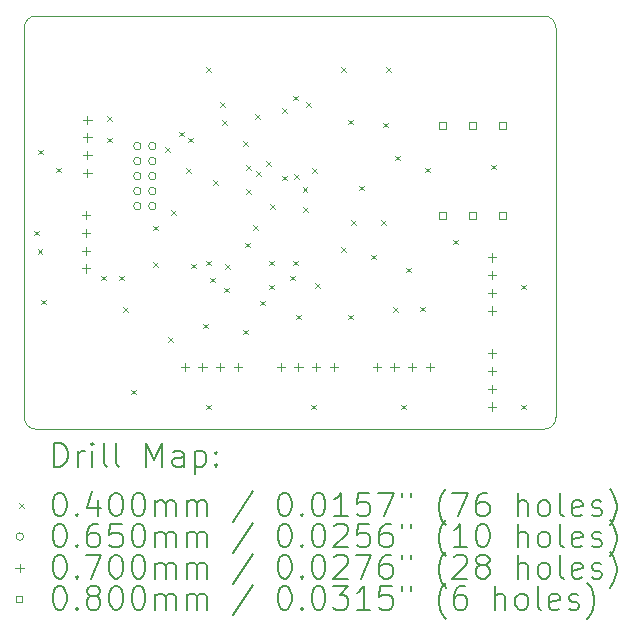
<source format=gbr>
%TF.GenerationSoftware,KiCad,Pcbnew,(6.0.11)*%
%TF.CreationDate,2024-05-16T18:38:19+09:00*%
%TF.ProjectId,active-marker-pcb,61637469-7665-42d6-9d61-726b65722d70,rev?*%
%TF.SameCoordinates,Original*%
%TF.FileFunction,Drillmap*%
%TF.FilePolarity,Positive*%
%FSLAX45Y45*%
G04 Gerber Fmt 4.5, Leading zero omitted, Abs format (unit mm)*
G04 Created by KiCad (PCBNEW (6.0.11)) date 2024-05-16 18:38:19*
%MOMM*%
%LPD*%
G01*
G04 APERTURE LIST*
%ADD10C,0.100000*%
%ADD11C,0.200000*%
%ADD12C,0.040000*%
%ADD13C,0.065000*%
%ADD14C,0.070000*%
%ADD15C,0.080000*%
G04 APERTURE END LIST*
D10*
X10100000Y-8500000D02*
G75*
G03*
X10000000Y-8600000I0J-100000D01*
G01*
X14500000Y-8600000D02*
G75*
G03*
X14400000Y-8500000I-100000J0D01*
G01*
X14400000Y-12000000D02*
G75*
G03*
X14500000Y-11900000I0J100000D01*
G01*
X10000000Y-11900000D02*
G75*
G03*
X10100000Y-12000000I100000J0D01*
G01*
X14400000Y-8500000D02*
X10100000Y-8500000D01*
X14500000Y-11900000D02*
X14500000Y-8600000D01*
X10100000Y-12000000D02*
X14400000Y-12000000D01*
X10000000Y-8600000D02*
X10000000Y-11900000D01*
D11*
D12*
X10085850Y-10317600D02*
X10125850Y-10357600D01*
X10125850Y-10317600D02*
X10085850Y-10357600D01*
X10113350Y-10476600D02*
X10153350Y-10516600D01*
X10153350Y-10476600D02*
X10113350Y-10516600D01*
X10114600Y-9632000D02*
X10154600Y-9672000D01*
X10154600Y-9632000D02*
X10114600Y-9672000D01*
X10140000Y-10902000D02*
X10180000Y-10942000D01*
X10180000Y-10902000D02*
X10140000Y-10942000D01*
X10267000Y-9784400D02*
X10307000Y-9824400D01*
X10307000Y-9784400D02*
X10267000Y-9824400D01*
X10648000Y-10698800D02*
X10688000Y-10738800D01*
X10688000Y-10698800D02*
X10648000Y-10738800D01*
X10698800Y-9347900D02*
X10738800Y-9387900D01*
X10738800Y-9347900D02*
X10698800Y-9387900D01*
X10698800Y-9530400D02*
X10738800Y-9570400D01*
X10738800Y-9530400D02*
X10698800Y-9570400D01*
X10800400Y-10698800D02*
X10840400Y-10738800D01*
X10840400Y-10698800D02*
X10800400Y-10738800D01*
X10838500Y-10965500D02*
X10878500Y-11005500D01*
X10878500Y-10965500D02*
X10838500Y-11005500D01*
X10902000Y-11664000D02*
X10942000Y-11704000D01*
X10942000Y-11664000D02*
X10902000Y-11704000D01*
X11088600Y-10276097D02*
X11128600Y-10316097D01*
X11128600Y-10276097D02*
X11088600Y-10316097D01*
X11092500Y-10584500D02*
X11132500Y-10624500D01*
X11132500Y-10584500D02*
X11092500Y-10624500D01*
X11189362Y-9609838D02*
X11229362Y-9649838D01*
X11229362Y-9609838D02*
X11189362Y-9649838D01*
X11219500Y-11219500D02*
X11259500Y-11259500D01*
X11259500Y-11219500D02*
X11219500Y-11259500D01*
X11241000Y-10142400D02*
X11281000Y-10182400D01*
X11281000Y-10142400D02*
X11241000Y-10182400D01*
X11308400Y-9479600D02*
X11348400Y-9519600D01*
X11348400Y-9479600D02*
X11308400Y-9519600D01*
X11368000Y-9786800D02*
X11408000Y-9826800D01*
X11408000Y-9786800D02*
X11368000Y-9826800D01*
X11384600Y-9530400D02*
X11424600Y-9570400D01*
X11424600Y-9530400D02*
X11384600Y-9570400D01*
X11410000Y-10597200D02*
X11450000Y-10637200D01*
X11450000Y-10597200D02*
X11410000Y-10637200D01*
X11511600Y-11105200D02*
X11551600Y-11145200D01*
X11551600Y-11105200D02*
X11511600Y-11145200D01*
X11537000Y-8933500D02*
X11577000Y-8973500D01*
X11577000Y-8933500D02*
X11537000Y-8973500D01*
X11537000Y-10571800D02*
X11577000Y-10611800D01*
X11577000Y-10571800D02*
X11537000Y-10611800D01*
X11537000Y-11791000D02*
X11577000Y-11831000D01*
X11577000Y-11791000D02*
X11537000Y-11831000D01*
X11571200Y-10716500D02*
X11611200Y-10756500D01*
X11611200Y-10716500D02*
X11571200Y-10756500D01*
X11596600Y-9888400D02*
X11636600Y-9928400D01*
X11636600Y-9888400D02*
X11596600Y-9928400D01*
X11657450Y-9228000D02*
X11697450Y-9268000D01*
X11697450Y-9228000D02*
X11657450Y-9268000D01*
X11672800Y-9380400D02*
X11712800Y-9420400D01*
X11712800Y-9380400D02*
X11672800Y-9420400D01*
X11689400Y-10800400D02*
X11729400Y-10840400D01*
X11729400Y-10800400D02*
X11689400Y-10840400D01*
X11698200Y-10599600D02*
X11738200Y-10639600D01*
X11738200Y-10599600D02*
X11698200Y-10639600D01*
X11850600Y-9558200D02*
X11890600Y-9598200D01*
X11890600Y-9558200D02*
X11850600Y-9598200D01*
X11854500Y-11156000D02*
X11894500Y-11196000D01*
X11894500Y-11156000D02*
X11854500Y-11196000D01*
X11867200Y-10419400D02*
X11907200Y-10459400D01*
X11907200Y-10419400D02*
X11867200Y-10459400D01*
X11876000Y-9765150D02*
X11916000Y-9805150D01*
X11916000Y-9765150D02*
X11876000Y-9805150D01*
X11876000Y-9964600D02*
X11916000Y-10004600D01*
X11916000Y-9964600D02*
X11876000Y-10004600D01*
X11935803Y-10272898D02*
X11975803Y-10312898D01*
X11975803Y-10272898D02*
X11935803Y-10312898D01*
X11952200Y-9329600D02*
X11992200Y-9369600D01*
X11992200Y-9329600D02*
X11952200Y-9369600D01*
X11962078Y-9815950D02*
X12002078Y-9855950D01*
X12002078Y-9815950D02*
X11962078Y-9855950D01*
X11997093Y-10910055D02*
X12037093Y-10950055D01*
X12037093Y-10910055D02*
X11997093Y-10950055D01*
X12048281Y-9730482D02*
X12088281Y-9770482D01*
X12088281Y-9730482D02*
X12048281Y-9770482D01*
X12069970Y-10571370D02*
X12109970Y-10611370D01*
X12109970Y-10571370D02*
X12069970Y-10611370D01*
X12070400Y-10775000D02*
X12110400Y-10815000D01*
X12110400Y-10775000D02*
X12070400Y-10815000D01*
X12079200Y-10091600D02*
X12119200Y-10131600D01*
X12119200Y-10091600D02*
X12079200Y-10131600D01*
X12180800Y-9278800D02*
X12220800Y-9318800D01*
X12220800Y-9278800D02*
X12180800Y-9318800D01*
X12183663Y-9853124D02*
X12223663Y-9893124D01*
X12223663Y-9853124D02*
X12183663Y-9893124D01*
X12248200Y-10698800D02*
X12288200Y-10738800D01*
X12288200Y-10698800D02*
X12248200Y-10738800D01*
X12273600Y-9174800D02*
X12313600Y-9214800D01*
X12313600Y-9174800D02*
X12273600Y-9214800D01*
X12273600Y-10571800D02*
X12313600Y-10611800D01*
X12313600Y-10571800D02*
X12273600Y-10611800D01*
X12282400Y-9837600D02*
X12322400Y-9877600D01*
X12322400Y-9837600D02*
X12282400Y-9877600D01*
X12299000Y-11029000D02*
X12339000Y-11069000D01*
X12339000Y-11029000D02*
X12299000Y-11069000D01*
X12357330Y-9949360D02*
X12397330Y-9989360D01*
X12397330Y-9949360D02*
X12357330Y-9989360D01*
X12358600Y-10117000D02*
X12398600Y-10157000D01*
X12398600Y-10117000D02*
X12358600Y-10157000D01*
X12384000Y-9228000D02*
X12424000Y-9268000D01*
X12424000Y-9228000D02*
X12384000Y-9268000D01*
X12426000Y-11791000D02*
X12466000Y-11831000D01*
X12466000Y-11791000D02*
X12426000Y-11831000D01*
X12437950Y-9786800D02*
X12477950Y-9826800D01*
X12477950Y-9786800D02*
X12437950Y-9826800D01*
X12460200Y-10762350D02*
X12500200Y-10802350D01*
X12500200Y-10762350D02*
X12460200Y-10802350D01*
X12680000Y-8933500D02*
X12720000Y-8973500D01*
X12720000Y-8933500D02*
X12680000Y-8973500D01*
X12680000Y-10457500D02*
X12720000Y-10497500D01*
X12720000Y-10457500D02*
X12680000Y-10497500D01*
X12743500Y-9378000D02*
X12783500Y-9418000D01*
X12783500Y-9378000D02*
X12743500Y-9418000D01*
X12743500Y-11029000D02*
X12783500Y-11069000D01*
X12783500Y-11029000D02*
X12743500Y-11069000D01*
X12765000Y-10231800D02*
X12805000Y-10271800D01*
X12805000Y-10231800D02*
X12765000Y-10271800D01*
X12832400Y-9936800D02*
X12872400Y-9976800D01*
X12872400Y-9936800D02*
X12832400Y-9976800D01*
X12934000Y-10521000D02*
X12974000Y-10561000D01*
X12974000Y-10521000D02*
X12934000Y-10561000D01*
X13019000Y-10231800D02*
X13059000Y-10271800D01*
X13059000Y-10231800D02*
X13019000Y-10271800D01*
X13035600Y-9403400D02*
X13075600Y-9443400D01*
X13075600Y-9403400D02*
X13035600Y-9443400D01*
X13061000Y-8933500D02*
X13101000Y-8973500D01*
X13101000Y-8933500D02*
X13061000Y-8973500D01*
X13124500Y-10965500D02*
X13164500Y-11005500D01*
X13164500Y-10965500D02*
X13124500Y-11005500D01*
X13137200Y-9682800D02*
X13177200Y-9722800D01*
X13177200Y-9682800D02*
X13137200Y-9722800D01*
X13188000Y-11791000D02*
X13228000Y-11831000D01*
X13228000Y-11791000D02*
X13188000Y-11831000D01*
X13234200Y-10631200D02*
X13274200Y-10671200D01*
X13274200Y-10631200D02*
X13234200Y-10671200D01*
X13349200Y-10961200D02*
X13389200Y-11001200D01*
X13389200Y-10961200D02*
X13349200Y-11001200D01*
X13391200Y-9784400D02*
X13431200Y-9824400D01*
X13431200Y-9784400D02*
X13391200Y-9824400D01*
X13632500Y-10394000D02*
X13672500Y-10434000D01*
X13672500Y-10394000D02*
X13632500Y-10434000D01*
X13950000Y-9759000D02*
X13990000Y-9799000D01*
X13990000Y-9759000D02*
X13950000Y-9799000D01*
X14204000Y-10775000D02*
X14244000Y-10815000D01*
X14244000Y-10775000D02*
X14204000Y-10815000D01*
X14204000Y-11791000D02*
X14244000Y-11831000D01*
X14244000Y-11791000D02*
X14204000Y-11831000D01*
D13*
X10988700Y-9602600D02*
G75*
G03*
X10988700Y-9602600I-32500J0D01*
G01*
X10988700Y-9729600D02*
G75*
G03*
X10988700Y-9729600I-32500J0D01*
G01*
X10988700Y-9856600D02*
G75*
G03*
X10988700Y-9856600I-32500J0D01*
G01*
X10988700Y-9983600D02*
G75*
G03*
X10988700Y-9983600I-32500J0D01*
G01*
X10988700Y-10110600D02*
G75*
G03*
X10988700Y-10110600I-32500J0D01*
G01*
X11115700Y-9602600D02*
G75*
G03*
X11115700Y-9602600I-32500J0D01*
G01*
X11115700Y-9729600D02*
G75*
G03*
X11115700Y-9729600I-32500J0D01*
G01*
X11115700Y-9856600D02*
G75*
G03*
X11115700Y-9856600I-32500J0D01*
G01*
X11115700Y-9983600D02*
G75*
G03*
X11115700Y-9983600I-32500J0D01*
G01*
X11115700Y-10110600D02*
G75*
G03*
X11115700Y-10110600I-32500J0D01*
G01*
D14*
X10521700Y-10153200D02*
X10521700Y-10223200D01*
X10486700Y-10188200D02*
X10556700Y-10188200D01*
X10521700Y-10303200D02*
X10521700Y-10373200D01*
X10486700Y-10338200D02*
X10556700Y-10338200D01*
X10521700Y-10453200D02*
X10521700Y-10523200D01*
X10486700Y-10488200D02*
X10556700Y-10488200D01*
X10521700Y-10603200D02*
X10521700Y-10673200D01*
X10486700Y-10638200D02*
X10556700Y-10638200D01*
X10534500Y-9343600D02*
X10534500Y-9413600D01*
X10499500Y-9378600D02*
X10569500Y-9378600D01*
X10534500Y-9493600D02*
X10534500Y-9563600D01*
X10499500Y-9528600D02*
X10569500Y-9528600D01*
X10534500Y-9643600D02*
X10534500Y-9713600D01*
X10499500Y-9678600D02*
X10569500Y-9678600D01*
X10534500Y-9793600D02*
X10534500Y-9863600D01*
X10499500Y-9828600D02*
X10569500Y-9828600D01*
X11357400Y-11435700D02*
X11357400Y-11505700D01*
X11322400Y-11470700D02*
X11392400Y-11470700D01*
X11507400Y-11435700D02*
X11507400Y-11505700D01*
X11472400Y-11470700D02*
X11542400Y-11470700D01*
X11657400Y-11435700D02*
X11657400Y-11505700D01*
X11622400Y-11470700D02*
X11692400Y-11470700D01*
X11807400Y-11435700D02*
X11807400Y-11505700D01*
X11772400Y-11470700D02*
X11842400Y-11470700D01*
X12170200Y-11435700D02*
X12170200Y-11505700D01*
X12135200Y-11470700D02*
X12205200Y-11470700D01*
X12320200Y-11435700D02*
X12320200Y-11505700D01*
X12285200Y-11470700D02*
X12355200Y-11470700D01*
X12470200Y-11435700D02*
X12470200Y-11505700D01*
X12435200Y-11470700D02*
X12505200Y-11470700D01*
X12620200Y-11435700D02*
X12620200Y-11505700D01*
X12585200Y-11470700D02*
X12655200Y-11470700D01*
X12983000Y-11435700D02*
X12983000Y-11505700D01*
X12948000Y-11470700D02*
X13018000Y-11470700D01*
X13133000Y-11435700D02*
X13133000Y-11505700D01*
X13098000Y-11470700D02*
X13168000Y-11470700D01*
X13283000Y-11435700D02*
X13283000Y-11505700D01*
X13248000Y-11470700D02*
X13318000Y-11470700D01*
X13433000Y-11435700D02*
X13433000Y-11505700D01*
X13398000Y-11470700D02*
X13468000Y-11470700D01*
X13959900Y-10509600D02*
X13959900Y-10579600D01*
X13924900Y-10544600D02*
X13994900Y-10544600D01*
X13959900Y-10659600D02*
X13959900Y-10729600D01*
X13924900Y-10694600D02*
X13994900Y-10694600D01*
X13959900Y-10809600D02*
X13959900Y-10879600D01*
X13924900Y-10844600D02*
X13994900Y-10844600D01*
X13959900Y-10959600D02*
X13959900Y-11029600D01*
X13924900Y-10994600D02*
X13994900Y-10994600D01*
X13959900Y-11322400D02*
X13959900Y-11392400D01*
X13924900Y-11357400D02*
X13994900Y-11357400D01*
X13959900Y-11472400D02*
X13959900Y-11542400D01*
X13924900Y-11507400D02*
X13994900Y-11507400D01*
X13959900Y-11622400D02*
X13959900Y-11692400D01*
X13924900Y-11657400D02*
X13994900Y-11657400D01*
X13959900Y-11772400D02*
X13959900Y-11842400D01*
X13924900Y-11807400D02*
X13994900Y-11807400D01*
D15*
X13566484Y-9454085D02*
X13566484Y-9397516D01*
X13509915Y-9397516D01*
X13509915Y-9454085D01*
X13566484Y-9454085D01*
X13566484Y-10216085D02*
X13566484Y-10159516D01*
X13509915Y-10159516D01*
X13509915Y-10216085D01*
X13566484Y-10216085D01*
X13820484Y-9454085D02*
X13820484Y-9397516D01*
X13763915Y-9397516D01*
X13763915Y-9454085D01*
X13820484Y-9454085D01*
X13820484Y-10216085D02*
X13820484Y-10159516D01*
X13763915Y-10159516D01*
X13763915Y-10216085D01*
X13820484Y-10216085D01*
X14074484Y-9454085D02*
X14074484Y-9397516D01*
X14017915Y-9397516D01*
X14017915Y-9454085D01*
X14074484Y-9454085D01*
X14074484Y-10216085D02*
X14074484Y-10159516D01*
X14017915Y-10159516D01*
X14017915Y-10216085D01*
X14074484Y-10216085D01*
D11*
X10252619Y-12315476D02*
X10252619Y-12115476D01*
X10300238Y-12115476D01*
X10328810Y-12125000D01*
X10347857Y-12144048D01*
X10357381Y-12163095D01*
X10366905Y-12201190D01*
X10366905Y-12229762D01*
X10357381Y-12267857D01*
X10347857Y-12286905D01*
X10328810Y-12305952D01*
X10300238Y-12315476D01*
X10252619Y-12315476D01*
X10452619Y-12315476D02*
X10452619Y-12182143D01*
X10452619Y-12220238D02*
X10462143Y-12201190D01*
X10471667Y-12191667D01*
X10490714Y-12182143D01*
X10509762Y-12182143D01*
X10576429Y-12315476D02*
X10576429Y-12182143D01*
X10576429Y-12115476D02*
X10566905Y-12125000D01*
X10576429Y-12134524D01*
X10585952Y-12125000D01*
X10576429Y-12115476D01*
X10576429Y-12134524D01*
X10700238Y-12315476D02*
X10681190Y-12305952D01*
X10671667Y-12286905D01*
X10671667Y-12115476D01*
X10805000Y-12315476D02*
X10785952Y-12305952D01*
X10776429Y-12286905D01*
X10776429Y-12115476D01*
X11033571Y-12315476D02*
X11033571Y-12115476D01*
X11100238Y-12258333D01*
X11166905Y-12115476D01*
X11166905Y-12315476D01*
X11347857Y-12315476D02*
X11347857Y-12210714D01*
X11338333Y-12191667D01*
X11319286Y-12182143D01*
X11281190Y-12182143D01*
X11262143Y-12191667D01*
X11347857Y-12305952D02*
X11328809Y-12315476D01*
X11281190Y-12315476D01*
X11262143Y-12305952D01*
X11252619Y-12286905D01*
X11252619Y-12267857D01*
X11262143Y-12248809D01*
X11281190Y-12239286D01*
X11328809Y-12239286D01*
X11347857Y-12229762D01*
X11443095Y-12182143D02*
X11443095Y-12382143D01*
X11443095Y-12191667D02*
X11462143Y-12182143D01*
X11500238Y-12182143D01*
X11519286Y-12191667D01*
X11528809Y-12201190D01*
X11538333Y-12220238D01*
X11538333Y-12277381D01*
X11528809Y-12296428D01*
X11519286Y-12305952D01*
X11500238Y-12315476D01*
X11462143Y-12315476D01*
X11443095Y-12305952D01*
X11624048Y-12296428D02*
X11633571Y-12305952D01*
X11624048Y-12315476D01*
X11614524Y-12305952D01*
X11624048Y-12296428D01*
X11624048Y-12315476D01*
X11624048Y-12191667D02*
X11633571Y-12201190D01*
X11624048Y-12210714D01*
X11614524Y-12201190D01*
X11624048Y-12191667D01*
X11624048Y-12210714D01*
D12*
X9955000Y-12625000D02*
X9995000Y-12665000D01*
X9995000Y-12625000D02*
X9955000Y-12665000D01*
D11*
X10290714Y-12535476D02*
X10309762Y-12535476D01*
X10328810Y-12545000D01*
X10338333Y-12554524D01*
X10347857Y-12573571D01*
X10357381Y-12611667D01*
X10357381Y-12659286D01*
X10347857Y-12697381D01*
X10338333Y-12716428D01*
X10328810Y-12725952D01*
X10309762Y-12735476D01*
X10290714Y-12735476D01*
X10271667Y-12725952D01*
X10262143Y-12716428D01*
X10252619Y-12697381D01*
X10243095Y-12659286D01*
X10243095Y-12611667D01*
X10252619Y-12573571D01*
X10262143Y-12554524D01*
X10271667Y-12545000D01*
X10290714Y-12535476D01*
X10443095Y-12716428D02*
X10452619Y-12725952D01*
X10443095Y-12735476D01*
X10433571Y-12725952D01*
X10443095Y-12716428D01*
X10443095Y-12735476D01*
X10624048Y-12602143D02*
X10624048Y-12735476D01*
X10576429Y-12525952D02*
X10528810Y-12668809D01*
X10652619Y-12668809D01*
X10766905Y-12535476D02*
X10785952Y-12535476D01*
X10805000Y-12545000D01*
X10814524Y-12554524D01*
X10824048Y-12573571D01*
X10833571Y-12611667D01*
X10833571Y-12659286D01*
X10824048Y-12697381D01*
X10814524Y-12716428D01*
X10805000Y-12725952D01*
X10785952Y-12735476D01*
X10766905Y-12735476D01*
X10747857Y-12725952D01*
X10738333Y-12716428D01*
X10728810Y-12697381D01*
X10719286Y-12659286D01*
X10719286Y-12611667D01*
X10728810Y-12573571D01*
X10738333Y-12554524D01*
X10747857Y-12545000D01*
X10766905Y-12535476D01*
X10957381Y-12535476D02*
X10976429Y-12535476D01*
X10995476Y-12545000D01*
X11005000Y-12554524D01*
X11014524Y-12573571D01*
X11024048Y-12611667D01*
X11024048Y-12659286D01*
X11014524Y-12697381D01*
X11005000Y-12716428D01*
X10995476Y-12725952D01*
X10976429Y-12735476D01*
X10957381Y-12735476D01*
X10938333Y-12725952D01*
X10928810Y-12716428D01*
X10919286Y-12697381D01*
X10909762Y-12659286D01*
X10909762Y-12611667D01*
X10919286Y-12573571D01*
X10928810Y-12554524D01*
X10938333Y-12545000D01*
X10957381Y-12535476D01*
X11109762Y-12735476D02*
X11109762Y-12602143D01*
X11109762Y-12621190D02*
X11119286Y-12611667D01*
X11138333Y-12602143D01*
X11166905Y-12602143D01*
X11185952Y-12611667D01*
X11195476Y-12630714D01*
X11195476Y-12735476D01*
X11195476Y-12630714D02*
X11205000Y-12611667D01*
X11224048Y-12602143D01*
X11252619Y-12602143D01*
X11271667Y-12611667D01*
X11281190Y-12630714D01*
X11281190Y-12735476D01*
X11376428Y-12735476D02*
X11376428Y-12602143D01*
X11376428Y-12621190D02*
X11385952Y-12611667D01*
X11405000Y-12602143D01*
X11433571Y-12602143D01*
X11452619Y-12611667D01*
X11462143Y-12630714D01*
X11462143Y-12735476D01*
X11462143Y-12630714D02*
X11471667Y-12611667D01*
X11490714Y-12602143D01*
X11519286Y-12602143D01*
X11538333Y-12611667D01*
X11547857Y-12630714D01*
X11547857Y-12735476D01*
X11938333Y-12525952D02*
X11766905Y-12783095D01*
X12195476Y-12535476D02*
X12214524Y-12535476D01*
X12233571Y-12545000D01*
X12243095Y-12554524D01*
X12252619Y-12573571D01*
X12262143Y-12611667D01*
X12262143Y-12659286D01*
X12252619Y-12697381D01*
X12243095Y-12716428D01*
X12233571Y-12725952D01*
X12214524Y-12735476D01*
X12195476Y-12735476D01*
X12176428Y-12725952D01*
X12166905Y-12716428D01*
X12157381Y-12697381D01*
X12147857Y-12659286D01*
X12147857Y-12611667D01*
X12157381Y-12573571D01*
X12166905Y-12554524D01*
X12176428Y-12545000D01*
X12195476Y-12535476D01*
X12347857Y-12716428D02*
X12357381Y-12725952D01*
X12347857Y-12735476D01*
X12338333Y-12725952D01*
X12347857Y-12716428D01*
X12347857Y-12735476D01*
X12481190Y-12535476D02*
X12500238Y-12535476D01*
X12519286Y-12545000D01*
X12528809Y-12554524D01*
X12538333Y-12573571D01*
X12547857Y-12611667D01*
X12547857Y-12659286D01*
X12538333Y-12697381D01*
X12528809Y-12716428D01*
X12519286Y-12725952D01*
X12500238Y-12735476D01*
X12481190Y-12735476D01*
X12462143Y-12725952D01*
X12452619Y-12716428D01*
X12443095Y-12697381D01*
X12433571Y-12659286D01*
X12433571Y-12611667D01*
X12443095Y-12573571D01*
X12452619Y-12554524D01*
X12462143Y-12545000D01*
X12481190Y-12535476D01*
X12738333Y-12735476D02*
X12624048Y-12735476D01*
X12681190Y-12735476D02*
X12681190Y-12535476D01*
X12662143Y-12564048D01*
X12643095Y-12583095D01*
X12624048Y-12592619D01*
X12919286Y-12535476D02*
X12824048Y-12535476D01*
X12814524Y-12630714D01*
X12824048Y-12621190D01*
X12843095Y-12611667D01*
X12890714Y-12611667D01*
X12909762Y-12621190D01*
X12919286Y-12630714D01*
X12928809Y-12649762D01*
X12928809Y-12697381D01*
X12919286Y-12716428D01*
X12909762Y-12725952D01*
X12890714Y-12735476D01*
X12843095Y-12735476D01*
X12824048Y-12725952D01*
X12814524Y-12716428D01*
X12995476Y-12535476D02*
X13128809Y-12535476D01*
X13043095Y-12735476D01*
X13195476Y-12535476D02*
X13195476Y-12573571D01*
X13271667Y-12535476D02*
X13271667Y-12573571D01*
X13566905Y-12811667D02*
X13557381Y-12802143D01*
X13538333Y-12773571D01*
X13528809Y-12754524D01*
X13519286Y-12725952D01*
X13509762Y-12678333D01*
X13509762Y-12640238D01*
X13519286Y-12592619D01*
X13528809Y-12564048D01*
X13538333Y-12545000D01*
X13557381Y-12516428D01*
X13566905Y-12506905D01*
X13624048Y-12535476D02*
X13757381Y-12535476D01*
X13671667Y-12735476D01*
X13919286Y-12535476D02*
X13881190Y-12535476D01*
X13862143Y-12545000D01*
X13852619Y-12554524D01*
X13833571Y-12583095D01*
X13824048Y-12621190D01*
X13824048Y-12697381D01*
X13833571Y-12716428D01*
X13843095Y-12725952D01*
X13862143Y-12735476D01*
X13900238Y-12735476D01*
X13919286Y-12725952D01*
X13928809Y-12716428D01*
X13938333Y-12697381D01*
X13938333Y-12649762D01*
X13928809Y-12630714D01*
X13919286Y-12621190D01*
X13900238Y-12611667D01*
X13862143Y-12611667D01*
X13843095Y-12621190D01*
X13833571Y-12630714D01*
X13824048Y-12649762D01*
X14176428Y-12735476D02*
X14176428Y-12535476D01*
X14262143Y-12735476D02*
X14262143Y-12630714D01*
X14252619Y-12611667D01*
X14233571Y-12602143D01*
X14205000Y-12602143D01*
X14185952Y-12611667D01*
X14176428Y-12621190D01*
X14385952Y-12735476D02*
X14366905Y-12725952D01*
X14357381Y-12716428D01*
X14347857Y-12697381D01*
X14347857Y-12640238D01*
X14357381Y-12621190D01*
X14366905Y-12611667D01*
X14385952Y-12602143D01*
X14414524Y-12602143D01*
X14433571Y-12611667D01*
X14443095Y-12621190D01*
X14452619Y-12640238D01*
X14452619Y-12697381D01*
X14443095Y-12716428D01*
X14433571Y-12725952D01*
X14414524Y-12735476D01*
X14385952Y-12735476D01*
X14566905Y-12735476D02*
X14547857Y-12725952D01*
X14538333Y-12706905D01*
X14538333Y-12535476D01*
X14719286Y-12725952D02*
X14700238Y-12735476D01*
X14662143Y-12735476D01*
X14643095Y-12725952D01*
X14633571Y-12706905D01*
X14633571Y-12630714D01*
X14643095Y-12611667D01*
X14662143Y-12602143D01*
X14700238Y-12602143D01*
X14719286Y-12611667D01*
X14728809Y-12630714D01*
X14728809Y-12649762D01*
X14633571Y-12668809D01*
X14805000Y-12725952D02*
X14824048Y-12735476D01*
X14862143Y-12735476D01*
X14881190Y-12725952D01*
X14890714Y-12706905D01*
X14890714Y-12697381D01*
X14881190Y-12678333D01*
X14862143Y-12668809D01*
X14833571Y-12668809D01*
X14814524Y-12659286D01*
X14805000Y-12640238D01*
X14805000Y-12630714D01*
X14814524Y-12611667D01*
X14833571Y-12602143D01*
X14862143Y-12602143D01*
X14881190Y-12611667D01*
X14957381Y-12811667D02*
X14966905Y-12802143D01*
X14985952Y-12773571D01*
X14995476Y-12754524D01*
X15005000Y-12725952D01*
X15014524Y-12678333D01*
X15014524Y-12640238D01*
X15005000Y-12592619D01*
X14995476Y-12564048D01*
X14985952Y-12545000D01*
X14966905Y-12516428D01*
X14957381Y-12506905D01*
D13*
X9995000Y-12909000D02*
G75*
G03*
X9995000Y-12909000I-32500J0D01*
G01*
D11*
X10290714Y-12799476D02*
X10309762Y-12799476D01*
X10328810Y-12809000D01*
X10338333Y-12818524D01*
X10347857Y-12837571D01*
X10357381Y-12875667D01*
X10357381Y-12923286D01*
X10347857Y-12961381D01*
X10338333Y-12980428D01*
X10328810Y-12989952D01*
X10309762Y-12999476D01*
X10290714Y-12999476D01*
X10271667Y-12989952D01*
X10262143Y-12980428D01*
X10252619Y-12961381D01*
X10243095Y-12923286D01*
X10243095Y-12875667D01*
X10252619Y-12837571D01*
X10262143Y-12818524D01*
X10271667Y-12809000D01*
X10290714Y-12799476D01*
X10443095Y-12980428D02*
X10452619Y-12989952D01*
X10443095Y-12999476D01*
X10433571Y-12989952D01*
X10443095Y-12980428D01*
X10443095Y-12999476D01*
X10624048Y-12799476D02*
X10585952Y-12799476D01*
X10566905Y-12809000D01*
X10557381Y-12818524D01*
X10538333Y-12847095D01*
X10528810Y-12885190D01*
X10528810Y-12961381D01*
X10538333Y-12980428D01*
X10547857Y-12989952D01*
X10566905Y-12999476D01*
X10605000Y-12999476D01*
X10624048Y-12989952D01*
X10633571Y-12980428D01*
X10643095Y-12961381D01*
X10643095Y-12913762D01*
X10633571Y-12894714D01*
X10624048Y-12885190D01*
X10605000Y-12875667D01*
X10566905Y-12875667D01*
X10547857Y-12885190D01*
X10538333Y-12894714D01*
X10528810Y-12913762D01*
X10824048Y-12799476D02*
X10728810Y-12799476D01*
X10719286Y-12894714D01*
X10728810Y-12885190D01*
X10747857Y-12875667D01*
X10795476Y-12875667D01*
X10814524Y-12885190D01*
X10824048Y-12894714D01*
X10833571Y-12913762D01*
X10833571Y-12961381D01*
X10824048Y-12980428D01*
X10814524Y-12989952D01*
X10795476Y-12999476D01*
X10747857Y-12999476D01*
X10728810Y-12989952D01*
X10719286Y-12980428D01*
X10957381Y-12799476D02*
X10976429Y-12799476D01*
X10995476Y-12809000D01*
X11005000Y-12818524D01*
X11014524Y-12837571D01*
X11024048Y-12875667D01*
X11024048Y-12923286D01*
X11014524Y-12961381D01*
X11005000Y-12980428D01*
X10995476Y-12989952D01*
X10976429Y-12999476D01*
X10957381Y-12999476D01*
X10938333Y-12989952D01*
X10928810Y-12980428D01*
X10919286Y-12961381D01*
X10909762Y-12923286D01*
X10909762Y-12875667D01*
X10919286Y-12837571D01*
X10928810Y-12818524D01*
X10938333Y-12809000D01*
X10957381Y-12799476D01*
X11109762Y-12999476D02*
X11109762Y-12866143D01*
X11109762Y-12885190D02*
X11119286Y-12875667D01*
X11138333Y-12866143D01*
X11166905Y-12866143D01*
X11185952Y-12875667D01*
X11195476Y-12894714D01*
X11195476Y-12999476D01*
X11195476Y-12894714D02*
X11205000Y-12875667D01*
X11224048Y-12866143D01*
X11252619Y-12866143D01*
X11271667Y-12875667D01*
X11281190Y-12894714D01*
X11281190Y-12999476D01*
X11376428Y-12999476D02*
X11376428Y-12866143D01*
X11376428Y-12885190D02*
X11385952Y-12875667D01*
X11405000Y-12866143D01*
X11433571Y-12866143D01*
X11452619Y-12875667D01*
X11462143Y-12894714D01*
X11462143Y-12999476D01*
X11462143Y-12894714D02*
X11471667Y-12875667D01*
X11490714Y-12866143D01*
X11519286Y-12866143D01*
X11538333Y-12875667D01*
X11547857Y-12894714D01*
X11547857Y-12999476D01*
X11938333Y-12789952D02*
X11766905Y-13047095D01*
X12195476Y-12799476D02*
X12214524Y-12799476D01*
X12233571Y-12809000D01*
X12243095Y-12818524D01*
X12252619Y-12837571D01*
X12262143Y-12875667D01*
X12262143Y-12923286D01*
X12252619Y-12961381D01*
X12243095Y-12980428D01*
X12233571Y-12989952D01*
X12214524Y-12999476D01*
X12195476Y-12999476D01*
X12176428Y-12989952D01*
X12166905Y-12980428D01*
X12157381Y-12961381D01*
X12147857Y-12923286D01*
X12147857Y-12875667D01*
X12157381Y-12837571D01*
X12166905Y-12818524D01*
X12176428Y-12809000D01*
X12195476Y-12799476D01*
X12347857Y-12980428D02*
X12357381Y-12989952D01*
X12347857Y-12999476D01*
X12338333Y-12989952D01*
X12347857Y-12980428D01*
X12347857Y-12999476D01*
X12481190Y-12799476D02*
X12500238Y-12799476D01*
X12519286Y-12809000D01*
X12528809Y-12818524D01*
X12538333Y-12837571D01*
X12547857Y-12875667D01*
X12547857Y-12923286D01*
X12538333Y-12961381D01*
X12528809Y-12980428D01*
X12519286Y-12989952D01*
X12500238Y-12999476D01*
X12481190Y-12999476D01*
X12462143Y-12989952D01*
X12452619Y-12980428D01*
X12443095Y-12961381D01*
X12433571Y-12923286D01*
X12433571Y-12875667D01*
X12443095Y-12837571D01*
X12452619Y-12818524D01*
X12462143Y-12809000D01*
X12481190Y-12799476D01*
X12624048Y-12818524D02*
X12633571Y-12809000D01*
X12652619Y-12799476D01*
X12700238Y-12799476D01*
X12719286Y-12809000D01*
X12728809Y-12818524D01*
X12738333Y-12837571D01*
X12738333Y-12856619D01*
X12728809Y-12885190D01*
X12614524Y-12999476D01*
X12738333Y-12999476D01*
X12919286Y-12799476D02*
X12824048Y-12799476D01*
X12814524Y-12894714D01*
X12824048Y-12885190D01*
X12843095Y-12875667D01*
X12890714Y-12875667D01*
X12909762Y-12885190D01*
X12919286Y-12894714D01*
X12928809Y-12913762D01*
X12928809Y-12961381D01*
X12919286Y-12980428D01*
X12909762Y-12989952D01*
X12890714Y-12999476D01*
X12843095Y-12999476D01*
X12824048Y-12989952D01*
X12814524Y-12980428D01*
X13100238Y-12799476D02*
X13062143Y-12799476D01*
X13043095Y-12809000D01*
X13033571Y-12818524D01*
X13014524Y-12847095D01*
X13005000Y-12885190D01*
X13005000Y-12961381D01*
X13014524Y-12980428D01*
X13024048Y-12989952D01*
X13043095Y-12999476D01*
X13081190Y-12999476D01*
X13100238Y-12989952D01*
X13109762Y-12980428D01*
X13119286Y-12961381D01*
X13119286Y-12913762D01*
X13109762Y-12894714D01*
X13100238Y-12885190D01*
X13081190Y-12875667D01*
X13043095Y-12875667D01*
X13024048Y-12885190D01*
X13014524Y-12894714D01*
X13005000Y-12913762D01*
X13195476Y-12799476D02*
X13195476Y-12837571D01*
X13271667Y-12799476D02*
X13271667Y-12837571D01*
X13566905Y-13075667D02*
X13557381Y-13066143D01*
X13538333Y-13037571D01*
X13528809Y-13018524D01*
X13519286Y-12989952D01*
X13509762Y-12942333D01*
X13509762Y-12904238D01*
X13519286Y-12856619D01*
X13528809Y-12828048D01*
X13538333Y-12809000D01*
X13557381Y-12780428D01*
X13566905Y-12770905D01*
X13747857Y-12999476D02*
X13633571Y-12999476D01*
X13690714Y-12999476D02*
X13690714Y-12799476D01*
X13671667Y-12828048D01*
X13652619Y-12847095D01*
X13633571Y-12856619D01*
X13871667Y-12799476D02*
X13890714Y-12799476D01*
X13909762Y-12809000D01*
X13919286Y-12818524D01*
X13928809Y-12837571D01*
X13938333Y-12875667D01*
X13938333Y-12923286D01*
X13928809Y-12961381D01*
X13919286Y-12980428D01*
X13909762Y-12989952D01*
X13890714Y-12999476D01*
X13871667Y-12999476D01*
X13852619Y-12989952D01*
X13843095Y-12980428D01*
X13833571Y-12961381D01*
X13824048Y-12923286D01*
X13824048Y-12875667D01*
X13833571Y-12837571D01*
X13843095Y-12818524D01*
X13852619Y-12809000D01*
X13871667Y-12799476D01*
X14176428Y-12999476D02*
X14176428Y-12799476D01*
X14262143Y-12999476D02*
X14262143Y-12894714D01*
X14252619Y-12875667D01*
X14233571Y-12866143D01*
X14205000Y-12866143D01*
X14185952Y-12875667D01*
X14176428Y-12885190D01*
X14385952Y-12999476D02*
X14366905Y-12989952D01*
X14357381Y-12980428D01*
X14347857Y-12961381D01*
X14347857Y-12904238D01*
X14357381Y-12885190D01*
X14366905Y-12875667D01*
X14385952Y-12866143D01*
X14414524Y-12866143D01*
X14433571Y-12875667D01*
X14443095Y-12885190D01*
X14452619Y-12904238D01*
X14452619Y-12961381D01*
X14443095Y-12980428D01*
X14433571Y-12989952D01*
X14414524Y-12999476D01*
X14385952Y-12999476D01*
X14566905Y-12999476D02*
X14547857Y-12989952D01*
X14538333Y-12970905D01*
X14538333Y-12799476D01*
X14719286Y-12989952D02*
X14700238Y-12999476D01*
X14662143Y-12999476D01*
X14643095Y-12989952D01*
X14633571Y-12970905D01*
X14633571Y-12894714D01*
X14643095Y-12875667D01*
X14662143Y-12866143D01*
X14700238Y-12866143D01*
X14719286Y-12875667D01*
X14728809Y-12894714D01*
X14728809Y-12913762D01*
X14633571Y-12932809D01*
X14805000Y-12989952D02*
X14824048Y-12999476D01*
X14862143Y-12999476D01*
X14881190Y-12989952D01*
X14890714Y-12970905D01*
X14890714Y-12961381D01*
X14881190Y-12942333D01*
X14862143Y-12932809D01*
X14833571Y-12932809D01*
X14814524Y-12923286D01*
X14805000Y-12904238D01*
X14805000Y-12894714D01*
X14814524Y-12875667D01*
X14833571Y-12866143D01*
X14862143Y-12866143D01*
X14881190Y-12875667D01*
X14957381Y-13075667D02*
X14966905Y-13066143D01*
X14985952Y-13037571D01*
X14995476Y-13018524D01*
X15005000Y-12989952D01*
X15014524Y-12942333D01*
X15014524Y-12904238D01*
X15005000Y-12856619D01*
X14995476Y-12828048D01*
X14985952Y-12809000D01*
X14966905Y-12780428D01*
X14957381Y-12770905D01*
D14*
X9960000Y-13138000D02*
X9960000Y-13208000D01*
X9925000Y-13173000D02*
X9995000Y-13173000D01*
D11*
X10290714Y-13063476D02*
X10309762Y-13063476D01*
X10328810Y-13073000D01*
X10338333Y-13082524D01*
X10347857Y-13101571D01*
X10357381Y-13139667D01*
X10357381Y-13187286D01*
X10347857Y-13225381D01*
X10338333Y-13244428D01*
X10328810Y-13253952D01*
X10309762Y-13263476D01*
X10290714Y-13263476D01*
X10271667Y-13253952D01*
X10262143Y-13244428D01*
X10252619Y-13225381D01*
X10243095Y-13187286D01*
X10243095Y-13139667D01*
X10252619Y-13101571D01*
X10262143Y-13082524D01*
X10271667Y-13073000D01*
X10290714Y-13063476D01*
X10443095Y-13244428D02*
X10452619Y-13253952D01*
X10443095Y-13263476D01*
X10433571Y-13253952D01*
X10443095Y-13244428D01*
X10443095Y-13263476D01*
X10519286Y-13063476D02*
X10652619Y-13063476D01*
X10566905Y-13263476D01*
X10766905Y-13063476D02*
X10785952Y-13063476D01*
X10805000Y-13073000D01*
X10814524Y-13082524D01*
X10824048Y-13101571D01*
X10833571Y-13139667D01*
X10833571Y-13187286D01*
X10824048Y-13225381D01*
X10814524Y-13244428D01*
X10805000Y-13253952D01*
X10785952Y-13263476D01*
X10766905Y-13263476D01*
X10747857Y-13253952D01*
X10738333Y-13244428D01*
X10728810Y-13225381D01*
X10719286Y-13187286D01*
X10719286Y-13139667D01*
X10728810Y-13101571D01*
X10738333Y-13082524D01*
X10747857Y-13073000D01*
X10766905Y-13063476D01*
X10957381Y-13063476D02*
X10976429Y-13063476D01*
X10995476Y-13073000D01*
X11005000Y-13082524D01*
X11014524Y-13101571D01*
X11024048Y-13139667D01*
X11024048Y-13187286D01*
X11014524Y-13225381D01*
X11005000Y-13244428D01*
X10995476Y-13253952D01*
X10976429Y-13263476D01*
X10957381Y-13263476D01*
X10938333Y-13253952D01*
X10928810Y-13244428D01*
X10919286Y-13225381D01*
X10909762Y-13187286D01*
X10909762Y-13139667D01*
X10919286Y-13101571D01*
X10928810Y-13082524D01*
X10938333Y-13073000D01*
X10957381Y-13063476D01*
X11109762Y-13263476D02*
X11109762Y-13130143D01*
X11109762Y-13149190D02*
X11119286Y-13139667D01*
X11138333Y-13130143D01*
X11166905Y-13130143D01*
X11185952Y-13139667D01*
X11195476Y-13158714D01*
X11195476Y-13263476D01*
X11195476Y-13158714D02*
X11205000Y-13139667D01*
X11224048Y-13130143D01*
X11252619Y-13130143D01*
X11271667Y-13139667D01*
X11281190Y-13158714D01*
X11281190Y-13263476D01*
X11376428Y-13263476D02*
X11376428Y-13130143D01*
X11376428Y-13149190D02*
X11385952Y-13139667D01*
X11405000Y-13130143D01*
X11433571Y-13130143D01*
X11452619Y-13139667D01*
X11462143Y-13158714D01*
X11462143Y-13263476D01*
X11462143Y-13158714D02*
X11471667Y-13139667D01*
X11490714Y-13130143D01*
X11519286Y-13130143D01*
X11538333Y-13139667D01*
X11547857Y-13158714D01*
X11547857Y-13263476D01*
X11938333Y-13053952D02*
X11766905Y-13311095D01*
X12195476Y-13063476D02*
X12214524Y-13063476D01*
X12233571Y-13073000D01*
X12243095Y-13082524D01*
X12252619Y-13101571D01*
X12262143Y-13139667D01*
X12262143Y-13187286D01*
X12252619Y-13225381D01*
X12243095Y-13244428D01*
X12233571Y-13253952D01*
X12214524Y-13263476D01*
X12195476Y-13263476D01*
X12176428Y-13253952D01*
X12166905Y-13244428D01*
X12157381Y-13225381D01*
X12147857Y-13187286D01*
X12147857Y-13139667D01*
X12157381Y-13101571D01*
X12166905Y-13082524D01*
X12176428Y-13073000D01*
X12195476Y-13063476D01*
X12347857Y-13244428D02*
X12357381Y-13253952D01*
X12347857Y-13263476D01*
X12338333Y-13253952D01*
X12347857Y-13244428D01*
X12347857Y-13263476D01*
X12481190Y-13063476D02*
X12500238Y-13063476D01*
X12519286Y-13073000D01*
X12528809Y-13082524D01*
X12538333Y-13101571D01*
X12547857Y-13139667D01*
X12547857Y-13187286D01*
X12538333Y-13225381D01*
X12528809Y-13244428D01*
X12519286Y-13253952D01*
X12500238Y-13263476D01*
X12481190Y-13263476D01*
X12462143Y-13253952D01*
X12452619Y-13244428D01*
X12443095Y-13225381D01*
X12433571Y-13187286D01*
X12433571Y-13139667D01*
X12443095Y-13101571D01*
X12452619Y-13082524D01*
X12462143Y-13073000D01*
X12481190Y-13063476D01*
X12624048Y-13082524D02*
X12633571Y-13073000D01*
X12652619Y-13063476D01*
X12700238Y-13063476D01*
X12719286Y-13073000D01*
X12728809Y-13082524D01*
X12738333Y-13101571D01*
X12738333Y-13120619D01*
X12728809Y-13149190D01*
X12614524Y-13263476D01*
X12738333Y-13263476D01*
X12805000Y-13063476D02*
X12938333Y-13063476D01*
X12852619Y-13263476D01*
X13100238Y-13063476D02*
X13062143Y-13063476D01*
X13043095Y-13073000D01*
X13033571Y-13082524D01*
X13014524Y-13111095D01*
X13005000Y-13149190D01*
X13005000Y-13225381D01*
X13014524Y-13244428D01*
X13024048Y-13253952D01*
X13043095Y-13263476D01*
X13081190Y-13263476D01*
X13100238Y-13253952D01*
X13109762Y-13244428D01*
X13119286Y-13225381D01*
X13119286Y-13177762D01*
X13109762Y-13158714D01*
X13100238Y-13149190D01*
X13081190Y-13139667D01*
X13043095Y-13139667D01*
X13024048Y-13149190D01*
X13014524Y-13158714D01*
X13005000Y-13177762D01*
X13195476Y-13063476D02*
X13195476Y-13101571D01*
X13271667Y-13063476D02*
X13271667Y-13101571D01*
X13566905Y-13339667D02*
X13557381Y-13330143D01*
X13538333Y-13301571D01*
X13528809Y-13282524D01*
X13519286Y-13253952D01*
X13509762Y-13206333D01*
X13509762Y-13168238D01*
X13519286Y-13120619D01*
X13528809Y-13092048D01*
X13538333Y-13073000D01*
X13557381Y-13044428D01*
X13566905Y-13034905D01*
X13633571Y-13082524D02*
X13643095Y-13073000D01*
X13662143Y-13063476D01*
X13709762Y-13063476D01*
X13728809Y-13073000D01*
X13738333Y-13082524D01*
X13747857Y-13101571D01*
X13747857Y-13120619D01*
X13738333Y-13149190D01*
X13624048Y-13263476D01*
X13747857Y-13263476D01*
X13862143Y-13149190D02*
X13843095Y-13139667D01*
X13833571Y-13130143D01*
X13824048Y-13111095D01*
X13824048Y-13101571D01*
X13833571Y-13082524D01*
X13843095Y-13073000D01*
X13862143Y-13063476D01*
X13900238Y-13063476D01*
X13919286Y-13073000D01*
X13928809Y-13082524D01*
X13938333Y-13101571D01*
X13938333Y-13111095D01*
X13928809Y-13130143D01*
X13919286Y-13139667D01*
X13900238Y-13149190D01*
X13862143Y-13149190D01*
X13843095Y-13158714D01*
X13833571Y-13168238D01*
X13824048Y-13187286D01*
X13824048Y-13225381D01*
X13833571Y-13244428D01*
X13843095Y-13253952D01*
X13862143Y-13263476D01*
X13900238Y-13263476D01*
X13919286Y-13253952D01*
X13928809Y-13244428D01*
X13938333Y-13225381D01*
X13938333Y-13187286D01*
X13928809Y-13168238D01*
X13919286Y-13158714D01*
X13900238Y-13149190D01*
X14176428Y-13263476D02*
X14176428Y-13063476D01*
X14262143Y-13263476D02*
X14262143Y-13158714D01*
X14252619Y-13139667D01*
X14233571Y-13130143D01*
X14205000Y-13130143D01*
X14185952Y-13139667D01*
X14176428Y-13149190D01*
X14385952Y-13263476D02*
X14366905Y-13253952D01*
X14357381Y-13244428D01*
X14347857Y-13225381D01*
X14347857Y-13168238D01*
X14357381Y-13149190D01*
X14366905Y-13139667D01*
X14385952Y-13130143D01*
X14414524Y-13130143D01*
X14433571Y-13139667D01*
X14443095Y-13149190D01*
X14452619Y-13168238D01*
X14452619Y-13225381D01*
X14443095Y-13244428D01*
X14433571Y-13253952D01*
X14414524Y-13263476D01*
X14385952Y-13263476D01*
X14566905Y-13263476D02*
X14547857Y-13253952D01*
X14538333Y-13234905D01*
X14538333Y-13063476D01*
X14719286Y-13253952D02*
X14700238Y-13263476D01*
X14662143Y-13263476D01*
X14643095Y-13253952D01*
X14633571Y-13234905D01*
X14633571Y-13158714D01*
X14643095Y-13139667D01*
X14662143Y-13130143D01*
X14700238Y-13130143D01*
X14719286Y-13139667D01*
X14728809Y-13158714D01*
X14728809Y-13177762D01*
X14633571Y-13196809D01*
X14805000Y-13253952D02*
X14824048Y-13263476D01*
X14862143Y-13263476D01*
X14881190Y-13253952D01*
X14890714Y-13234905D01*
X14890714Y-13225381D01*
X14881190Y-13206333D01*
X14862143Y-13196809D01*
X14833571Y-13196809D01*
X14814524Y-13187286D01*
X14805000Y-13168238D01*
X14805000Y-13158714D01*
X14814524Y-13139667D01*
X14833571Y-13130143D01*
X14862143Y-13130143D01*
X14881190Y-13139667D01*
X14957381Y-13339667D02*
X14966905Y-13330143D01*
X14985952Y-13301571D01*
X14995476Y-13282524D01*
X15005000Y-13253952D01*
X15014524Y-13206333D01*
X15014524Y-13168238D01*
X15005000Y-13120619D01*
X14995476Y-13092048D01*
X14985952Y-13073000D01*
X14966905Y-13044428D01*
X14957381Y-13034905D01*
D15*
X9983285Y-13465284D02*
X9983285Y-13408715D01*
X9926716Y-13408715D01*
X9926716Y-13465284D01*
X9983285Y-13465284D01*
D11*
X10290714Y-13327476D02*
X10309762Y-13327476D01*
X10328810Y-13337000D01*
X10338333Y-13346524D01*
X10347857Y-13365571D01*
X10357381Y-13403667D01*
X10357381Y-13451286D01*
X10347857Y-13489381D01*
X10338333Y-13508428D01*
X10328810Y-13517952D01*
X10309762Y-13527476D01*
X10290714Y-13527476D01*
X10271667Y-13517952D01*
X10262143Y-13508428D01*
X10252619Y-13489381D01*
X10243095Y-13451286D01*
X10243095Y-13403667D01*
X10252619Y-13365571D01*
X10262143Y-13346524D01*
X10271667Y-13337000D01*
X10290714Y-13327476D01*
X10443095Y-13508428D02*
X10452619Y-13517952D01*
X10443095Y-13527476D01*
X10433571Y-13517952D01*
X10443095Y-13508428D01*
X10443095Y-13527476D01*
X10566905Y-13413190D02*
X10547857Y-13403667D01*
X10538333Y-13394143D01*
X10528810Y-13375095D01*
X10528810Y-13365571D01*
X10538333Y-13346524D01*
X10547857Y-13337000D01*
X10566905Y-13327476D01*
X10605000Y-13327476D01*
X10624048Y-13337000D01*
X10633571Y-13346524D01*
X10643095Y-13365571D01*
X10643095Y-13375095D01*
X10633571Y-13394143D01*
X10624048Y-13403667D01*
X10605000Y-13413190D01*
X10566905Y-13413190D01*
X10547857Y-13422714D01*
X10538333Y-13432238D01*
X10528810Y-13451286D01*
X10528810Y-13489381D01*
X10538333Y-13508428D01*
X10547857Y-13517952D01*
X10566905Y-13527476D01*
X10605000Y-13527476D01*
X10624048Y-13517952D01*
X10633571Y-13508428D01*
X10643095Y-13489381D01*
X10643095Y-13451286D01*
X10633571Y-13432238D01*
X10624048Y-13422714D01*
X10605000Y-13413190D01*
X10766905Y-13327476D02*
X10785952Y-13327476D01*
X10805000Y-13337000D01*
X10814524Y-13346524D01*
X10824048Y-13365571D01*
X10833571Y-13403667D01*
X10833571Y-13451286D01*
X10824048Y-13489381D01*
X10814524Y-13508428D01*
X10805000Y-13517952D01*
X10785952Y-13527476D01*
X10766905Y-13527476D01*
X10747857Y-13517952D01*
X10738333Y-13508428D01*
X10728810Y-13489381D01*
X10719286Y-13451286D01*
X10719286Y-13403667D01*
X10728810Y-13365571D01*
X10738333Y-13346524D01*
X10747857Y-13337000D01*
X10766905Y-13327476D01*
X10957381Y-13327476D02*
X10976429Y-13327476D01*
X10995476Y-13337000D01*
X11005000Y-13346524D01*
X11014524Y-13365571D01*
X11024048Y-13403667D01*
X11024048Y-13451286D01*
X11014524Y-13489381D01*
X11005000Y-13508428D01*
X10995476Y-13517952D01*
X10976429Y-13527476D01*
X10957381Y-13527476D01*
X10938333Y-13517952D01*
X10928810Y-13508428D01*
X10919286Y-13489381D01*
X10909762Y-13451286D01*
X10909762Y-13403667D01*
X10919286Y-13365571D01*
X10928810Y-13346524D01*
X10938333Y-13337000D01*
X10957381Y-13327476D01*
X11109762Y-13527476D02*
X11109762Y-13394143D01*
X11109762Y-13413190D02*
X11119286Y-13403667D01*
X11138333Y-13394143D01*
X11166905Y-13394143D01*
X11185952Y-13403667D01*
X11195476Y-13422714D01*
X11195476Y-13527476D01*
X11195476Y-13422714D02*
X11205000Y-13403667D01*
X11224048Y-13394143D01*
X11252619Y-13394143D01*
X11271667Y-13403667D01*
X11281190Y-13422714D01*
X11281190Y-13527476D01*
X11376428Y-13527476D02*
X11376428Y-13394143D01*
X11376428Y-13413190D02*
X11385952Y-13403667D01*
X11405000Y-13394143D01*
X11433571Y-13394143D01*
X11452619Y-13403667D01*
X11462143Y-13422714D01*
X11462143Y-13527476D01*
X11462143Y-13422714D02*
X11471667Y-13403667D01*
X11490714Y-13394143D01*
X11519286Y-13394143D01*
X11538333Y-13403667D01*
X11547857Y-13422714D01*
X11547857Y-13527476D01*
X11938333Y-13317952D02*
X11766905Y-13575095D01*
X12195476Y-13327476D02*
X12214524Y-13327476D01*
X12233571Y-13337000D01*
X12243095Y-13346524D01*
X12252619Y-13365571D01*
X12262143Y-13403667D01*
X12262143Y-13451286D01*
X12252619Y-13489381D01*
X12243095Y-13508428D01*
X12233571Y-13517952D01*
X12214524Y-13527476D01*
X12195476Y-13527476D01*
X12176428Y-13517952D01*
X12166905Y-13508428D01*
X12157381Y-13489381D01*
X12147857Y-13451286D01*
X12147857Y-13403667D01*
X12157381Y-13365571D01*
X12166905Y-13346524D01*
X12176428Y-13337000D01*
X12195476Y-13327476D01*
X12347857Y-13508428D02*
X12357381Y-13517952D01*
X12347857Y-13527476D01*
X12338333Y-13517952D01*
X12347857Y-13508428D01*
X12347857Y-13527476D01*
X12481190Y-13327476D02*
X12500238Y-13327476D01*
X12519286Y-13337000D01*
X12528809Y-13346524D01*
X12538333Y-13365571D01*
X12547857Y-13403667D01*
X12547857Y-13451286D01*
X12538333Y-13489381D01*
X12528809Y-13508428D01*
X12519286Y-13517952D01*
X12500238Y-13527476D01*
X12481190Y-13527476D01*
X12462143Y-13517952D01*
X12452619Y-13508428D01*
X12443095Y-13489381D01*
X12433571Y-13451286D01*
X12433571Y-13403667D01*
X12443095Y-13365571D01*
X12452619Y-13346524D01*
X12462143Y-13337000D01*
X12481190Y-13327476D01*
X12614524Y-13327476D02*
X12738333Y-13327476D01*
X12671667Y-13403667D01*
X12700238Y-13403667D01*
X12719286Y-13413190D01*
X12728809Y-13422714D01*
X12738333Y-13441762D01*
X12738333Y-13489381D01*
X12728809Y-13508428D01*
X12719286Y-13517952D01*
X12700238Y-13527476D01*
X12643095Y-13527476D01*
X12624048Y-13517952D01*
X12614524Y-13508428D01*
X12928809Y-13527476D02*
X12814524Y-13527476D01*
X12871667Y-13527476D02*
X12871667Y-13327476D01*
X12852619Y-13356048D01*
X12833571Y-13375095D01*
X12814524Y-13384619D01*
X13109762Y-13327476D02*
X13014524Y-13327476D01*
X13005000Y-13422714D01*
X13014524Y-13413190D01*
X13033571Y-13403667D01*
X13081190Y-13403667D01*
X13100238Y-13413190D01*
X13109762Y-13422714D01*
X13119286Y-13441762D01*
X13119286Y-13489381D01*
X13109762Y-13508428D01*
X13100238Y-13517952D01*
X13081190Y-13527476D01*
X13033571Y-13527476D01*
X13014524Y-13517952D01*
X13005000Y-13508428D01*
X13195476Y-13327476D02*
X13195476Y-13365571D01*
X13271667Y-13327476D02*
X13271667Y-13365571D01*
X13566905Y-13603667D02*
X13557381Y-13594143D01*
X13538333Y-13565571D01*
X13528809Y-13546524D01*
X13519286Y-13517952D01*
X13509762Y-13470333D01*
X13509762Y-13432238D01*
X13519286Y-13384619D01*
X13528809Y-13356048D01*
X13538333Y-13337000D01*
X13557381Y-13308428D01*
X13566905Y-13298905D01*
X13728809Y-13327476D02*
X13690714Y-13327476D01*
X13671667Y-13337000D01*
X13662143Y-13346524D01*
X13643095Y-13375095D01*
X13633571Y-13413190D01*
X13633571Y-13489381D01*
X13643095Y-13508428D01*
X13652619Y-13517952D01*
X13671667Y-13527476D01*
X13709762Y-13527476D01*
X13728809Y-13517952D01*
X13738333Y-13508428D01*
X13747857Y-13489381D01*
X13747857Y-13441762D01*
X13738333Y-13422714D01*
X13728809Y-13413190D01*
X13709762Y-13403667D01*
X13671667Y-13403667D01*
X13652619Y-13413190D01*
X13643095Y-13422714D01*
X13633571Y-13441762D01*
X13985952Y-13527476D02*
X13985952Y-13327476D01*
X14071667Y-13527476D02*
X14071667Y-13422714D01*
X14062143Y-13403667D01*
X14043095Y-13394143D01*
X14014524Y-13394143D01*
X13995476Y-13403667D01*
X13985952Y-13413190D01*
X14195476Y-13527476D02*
X14176428Y-13517952D01*
X14166905Y-13508428D01*
X14157381Y-13489381D01*
X14157381Y-13432238D01*
X14166905Y-13413190D01*
X14176428Y-13403667D01*
X14195476Y-13394143D01*
X14224048Y-13394143D01*
X14243095Y-13403667D01*
X14252619Y-13413190D01*
X14262143Y-13432238D01*
X14262143Y-13489381D01*
X14252619Y-13508428D01*
X14243095Y-13517952D01*
X14224048Y-13527476D01*
X14195476Y-13527476D01*
X14376428Y-13527476D02*
X14357381Y-13517952D01*
X14347857Y-13498905D01*
X14347857Y-13327476D01*
X14528809Y-13517952D02*
X14509762Y-13527476D01*
X14471667Y-13527476D01*
X14452619Y-13517952D01*
X14443095Y-13498905D01*
X14443095Y-13422714D01*
X14452619Y-13403667D01*
X14471667Y-13394143D01*
X14509762Y-13394143D01*
X14528809Y-13403667D01*
X14538333Y-13422714D01*
X14538333Y-13441762D01*
X14443095Y-13460809D01*
X14614524Y-13517952D02*
X14633571Y-13527476D01*
X14671667Y-13527476D01*
X14690714Y-13517952D01*
X14700238Y-13498905D01*
X14700238Y-13489381D01*
X14690714Y-13470333D01*
X14671667Y-13460809D01*
X14643095Y-13460809D01*
X14624048Y-13451286D01*
X14614524Y-13432238D01*
X14614524Y-13422714D01*
X14624048Y-13403667D01*
X14643095Y-13394143D01*
X14671667Y-13394143D01*
X14690714Y-13403667D01*
X14766905Y-13603667D02*
X14776428Y-13594143D01*
X14795476Y-13565571D01*
X14805000Y-13546524D01*
X14814524Y-13517952D01*
X14824048Y-13470333D01*
X14824048Y-13432238D01*
X14814524Y-13384619D01*
X14805000Y-13356048D01*
X14795476Y-13337000D01*
X14776428Y-13308428D01*
X14766905Y-13298905D01*
M02*

</source>
